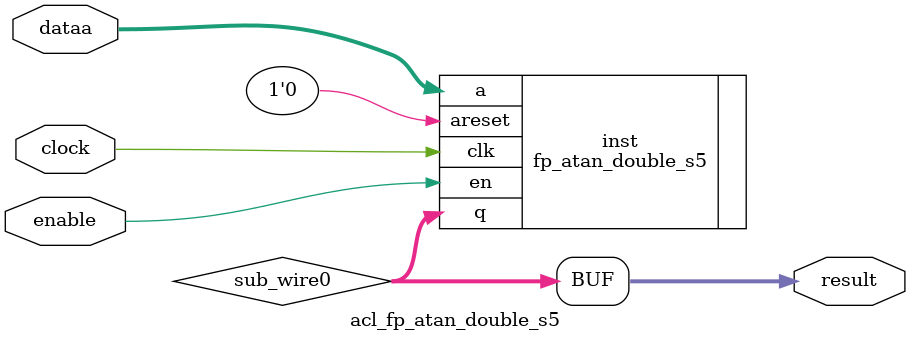
<source format=v>
`timescale 1 ps / 1 ps
module acl_fp_atan_double_s5 (
	enable,
	clock,
	dataa,
	result);

	input	  enable;
	input	  clock;
	input	[63:0]  dataa;
	output	[63:0]  result;

	wire [63:0] sub_wire0;
	wire [63:0] result = sub_wire0[63:0];

  fp_atan_double_s5 inst(
        .a(dataa),
        .en(enable),
        .q(sub_wire0),
        .clk(clock),
        .areset(1'b0)
        );

endmodule

</source>
